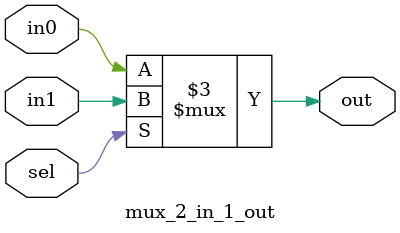
<source format=v>
module mux_2_in_1_out (in0 , in1 , sel , out);
input in0 , in1 , sel;
output reg out;
always@(*)
begin
if(sel)
    begin
        out = in1;
    end
else
    begin
        out = in0;
    end
end    
endmodule
</source>
